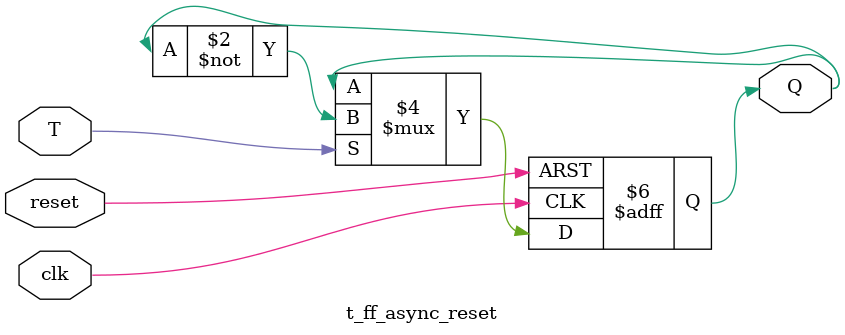
<source format=v>
module t_ff_async_reset (
    input  clk,
    input  reset,   
    input  T,
    output reg Q
);

  always @ (posedge clk or posedge reset) begin
    if (reset) begin
      Q <= 1'b0;         
    end
    else begin
      if (T) 
        Q <= ~Q;         
      else 
        Q <= Q;          
    end
  end
endmodule


</source>
